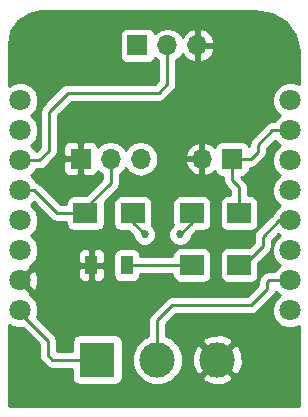
<source format=gbr>
G04 #@! TF.FileFunction,Copper,L1,Top,Signal*
%FSLAX46Y46*%
G04 Gerber Fmt 4.6, Leading zero omitted, Abs format (unit mm)*
G04 Created by KiCad (PCBNEW 4.0.7) date 08/03/18 16:25:06*
%MOMM*%
%LPD*%
G01*
G04 APERTURE LIST*
%ADD10C,0.100000*%
%ADD11R,1.000000X1.600000*%
%ADD12R,2.000000X1.700000*%
%ADD13R,1.700000X1.700000*%
%ADD14O,1.700000X1.700000*%
%ADD15R,3.000000X3.000000*%
%ADD16C,3.000000*%
%ADD17C,1.800000*%
%ADD18C,0.685800*%
%ADD19C,0.254000*%
G04 APERTURE END LIST*
D10*
D11*
X143100000Y-108800000D03*
X146100000Y-108800000D03*
D12*
X142600000Y-104400000D03*
X146600000Y-104400000D03*
X151600000Y-108800000D03*
X155600000Y-108800000D03*
X155600000Y-104400000D03*
X151600000Y-104400000D03*
D13*
X155000000Y-99800000D03*
D14*
X152460000Y-99800000D03*
D13*
X142200000Y-99800000D03*
D14*
X144740000Y-99800000D03*
X147280000Y-99800000D03*
D13*
X147000000Y-90200000D03*
D14*
X149540000Y-90200000D03*
X152080000Y-90200000D03*
D15*
X143600000Y-116800000D03*
D16*
X148680000Y-116800000D03*
X153760000Y-116800000D03*
D17*
X137071100Y-94843600D03*
X137071100Y-97383600D03*
X137071100Y-99923600D03*
X137071100Y-102463600D03*
X137071100Y-105003600D03*
X137071100Y-107543600D03*
X137071100Y-110083600D03*
X137071100Y-112623600D03*
X159931100Y-112623600D03*
X159931100Y-110083600D03*
X159931100Y-107543600D03*
X159931100Y-105003600D03*
X159931100Y-102463600D03*
X159931100Y-99923600D03*
X159931100Y-97383600D03*
X159931100Y-94843600D03*
D18*
X150600000Y-106200000D03*
X147600000Y-106200000D03*
D19*
X146100000Y-108800000D02*
X151600000Y-108800000D01*
X142600000Y-104400000D02*
X142600000Y-104000000D01*
X142600000Y-104000000D02*
X144740000Y-101860000D01*
X144740000Y-101860000D02*
X144740000Y-99800000D01*
X137071100Y-102463600D02*
X138263600Y-102463600D01*
X140200000Y-104400000D02*
X142600000Y-104400000D01*
X138263600Y-102463600D02*
X140200000Y-104400000D01*
X151600000Y-104400000D02*
X151600000Y-105200000D01*
X151600000Y-105200000D02*
X150600000Y-106200000D01*
X146600000Y-104400000D02*
X146600000Y-105200000D01*
X146600000Y-105200000D02*
X147600000Y-106200000D01*
X155600000Y-108800000D02*
X156000000Y-108800000D01*
X156000000Y-108800000D02*
X157600000Y-107200000D01*
X157600000Y-107200000D02*
X157600000Y-106400000D01*
X157600000Y-106400000D02*
X158996400Y-105003600D01*
X158996400Y-105003600D02*
X159931100Y-105003600D01*
X155000000Y-99800000D02*
X155000000Y-101600000D01*
X155600000Y-102200000D02*
X155600000Y-104400000D01*
X155000000Y-101600000D02*
X155600000Y-102200000D01*
X155000000Y-99800000D02*
X156600000Y-99800000D01*
X158416400Y-97383600D02*
X159931100Y-97383600D01*
X157200000Y-98600000D02*
X158416400Y-97383600D01*
X157200000Y-99200000D02*
X157200000Y-98600000D01*
X156600000Y-99800000D02*
X157200000Y-99200000D01*
X148800000Y-94200000D02*
X149540000Y-93460000D01*
X137071100Y-99923600D02*
X138676400Y-99923600D01*
X141100000Y-94200000D02*
X148800000Y-94200000D01*
X139500000Y-95800000D02*
X141100000Y-94200000D01*
X139500000Y-99100000D02*
X139500000Y-95800000D01*
X138676400Y-99923600D02*
X139500000Y-99100000D01*
X149540000Y-93460000D02*
X149540000Y-90200000D01*
X137071100Y-112623600D02*
X137071100Y-112871100D01*
X137071100Y-112871100D02*
X139400000Y-115200000D01*
X139400000Y-115200000D02*
X139400000Y-116400000D01*
X139400000Y-116400000D02*
X139800000Y-116800000D01*
X139800000Y-116800000D02*
X143600000Y-116800000D01*
X148680000Y-116800000D02*
X148680000Y-113480000D01*
X158116400Y-110083600D02*
X159931100Y-110083600D01*
X158000000Y-110200000D02*
X158116400Y-110083600D01*
X158000000Y-110800000D02*
X158000000Y-110200000D01*
X156600000Y-112200000D02*
X158000000Y-110800000D01*
X149960000Y-112200000D02*
X156600000Y-112200000D01*
X148680000Y-113480000D02*
X149960000Y-112200000D01*
G36*
X158377593Y-87524395D02*
X159541472Y-88224379D01*
X160348885Y-89316480D01*
X160690000Y-90687028D01*
X160690000Y-93496649D01*
X160237770Y-93308867D01*
X159627109Y-93308335D01*
X159062729Y-93541532D01*
X158630549Y-93972957D01*
X158396367Y-94536930D01*
X158395835Y-95147591D01*
X158629032Y-95711971D01*
X159030282Y-96113923D01*
X158630549Y-96512957D01*
X158585436Y-96621600D01*
X158416400Y-96621600D01*
X158124795Y-96679604D01*
X157877584Y-96844785D01*
X156661185Y-98061185D01*
X156496004Y-98308395D01*
X156438000Y-98600000D01*
X156438000Y-98691121D01*
X156314090Y-98498559D01*
X156101890Y-98353569D01*
X155850000Y-98302560D01*
X154150000Y-98302560D01*
X153914683Y-98346838D01*
X153698559Y-98485910D01*
X153553569Y-98698110D01*
X153531699Y-98806107D01*
X153226924Y-98528355D01*
X152816890Y-98358524D01*
X152587000Y-98479845D01*
X152587000Y-99673000D01*
X152607000Y-99673000D01*
X152607000Y-99927000D01*
X152587000Y-99927000D01*
X152587000Y-101120155D01*
X152816890Y-101241476D01*
X153226924Y-101071645D01*
X153529937Y-100795499D01*
X153546838Y-100885317D01*
X153685910Y-101101441D01*
X153898110Y-101246431D01*
X154150000Y-101297440D01*
X154238000Y-101297440D01*
X154238000Y-101600000D01*
X154296004Y-101891605D01*
X154461185Y-102138815D01*
X154838000Y-102515630D01*
X154838000Y-102902560D01*
X154600000Y-102902560D01*
X154364683Y-102946838D01*
X154148559Y-103085910D01*
X154003569Y-103298110D01*
X153952560Y-103550000D01*
X153952560Y-105250000D01*
X153996838Y-105485317D01*
X154135910Y-105701441D01*
X154348110Y-105846431D01*
X154600000Y-105897440D01*
X156600000Y-105897440D01*
X156835317Y-105853162D01*
X157051441Y-105714090D01*
X157196431Y-105501890D01*
X157247440Y-105250000D01*
X157247440Y-103550000D01*
X157203162Y-103314683D01*
X157064090Y-103098559D01*
X156851890Y-102953569D01*
X156600000Y-102902560D01*
X156362000Y-102902560D01*
X156362000Y-102200000D01*
X156303996Y-101908395D01*
X156138815Y-101661185D01*
X155775070Y-101297440D01*
X155850000Y-101297440D01*
X156085317Y-101253162D01*
X156301441Y-101114090D01*
X156446431Y-100901890D01*
X156497440Y-100650000D01*
X156497440Y-100562000D01*
X156600000Y-100562000D01*
X156891605Y-100503996D01*
X157138815Y-100338815D01*
X157738815Y-99738815D01*
X157903996Y-99491605D01*
X157929776Y-99361999D01*
X157962000Y-99200000D01*
X157962000Y-98915630D01*
X158628046Y-98249585D01*
X158629032Y-98251971D01*
X159030282Y-98653923D01*
X158630549Y-99052957D01*
X158396367Y-99616930D01*
X158395835Y-100227591D01*
X158629032Y-100791971D01*
X159030282Y-101193923D01*
X158630549Y-101592957D01*
X158396367Y-102156930D01*
X158395835Y-102767591D01*
X158629032Y-103331971D01*
X159030282Y-103733923D01*
X158630549Y-104132957D01*
X158506270Y-104432255D01*
X158497670Y-104438001D01*
X158457585Y-104464785D01*
X157061185Y-105861185D01*
X156896004Y-106108395D01*
X156838000Y-106400000D01*
X156838000Y-106884369D01*
X156419809Y-107302560D01*
X154600000Y-107302560D01*
X154364683Y-107346838D01*
X154148559Y-107485910D01*
X154003569Y-107698110D01*
X153952560Y-107950000D01*
X153952560Y-109650000D01*
X153996838Y-109885317D01*
X154135910Y-110101441D01*
X154348110Y-110246431D01*
X154600000Y-110297440D01*
X156600000Y-110297440D01*
X156835317Y-110253162D01*
X157051441Y-110114090D01*
X157196431Y-109901890D01*
X157247440Y-109650000D01*
X157247440Y-108630190D01*
X158138816Y-107738815D01*
X158299349Y-107498559D01*
X158303996Y-107491605D01*
X158362000Y-107200000D01*
X158362000Y-106715630D01*
X158917093Y-106160537D01*
X159030282Y-106273923D01*
X158630549Y-106672957D01*
X158396367Y-107236930D01*
X158395835Y-107847591D01*
X158629032Y-108411971D01*
X159030282Y-108813923D01*
X158630549Y-109212957D01*
X158585436Y-109321600D01*
X158116400Y-109321600D01*
X157824795Y-109379604D01*
X157577584Y-109544785D01*
X157461185Y-109661185D01*
X157296004Y-109908395D01*
X157238000Y-110200000D01*
X157238000Y-110484370D01*
X156284370Y-111438000D01*
X149960000Y-111438000D01*
X149668395Y-111496004D01*
X149421184Y-111661185D01*
X148141185Y-112941185D01*
X147976004Y-113188395D01*
X147918000Y-113480000D01*
X147918000Y-114804779D01*
X147472200Y-114988980D01*
X146871091Y-115589041D01*
X146545372Y-116373459D01*
X146544630Y-117222815D01*
X146868980Y-118007800D01*
X147469041Y-118608909D01*
X148253459Y-118934628D01*
X149102815Y-118935370D01*
X149887800Y-118611020D01*
X150185368Y-118313970D01*
X152425635Y-118313970D01*
X152585418Y-118632739D01*
X153376187Y-118942723D01*
X154225387Y-118926497D01*
X154934582Y-118632739D01*
X155094365Y-118313970D01*
X153760000Y-116979605D01*
X152425635Y-118313970D01*
X150185368Y-118313970D01*
X150488909Y-118010959D01*
X150814628Y-117226541D01*
X150815335Y-116416187D01*
X151617277Y-116416187D01*
X151633503Y-117265387D01*
X151927261Y-117974582D01*
X152246030Y-118134365D01*
X153580395Y-116800000D01*
X153939605Y-116800000D01*
X155273970Y-118134365D01*
X155592739Y-117974582D01*
X155902723Y-117183813D01*
X155886497Y-116334613D01*
X155592739Y-115625418D01*
X155273970Y-115465635D01*
X153939605Y-116800000D01*
X153580395Y-116800000D01*
X152246030Y-115465635D01*
X151927261Y-115625418D01*
X151617277Y-116416187D01*
X150815335Y-116416187D01*
X150815370Y-116377185D01*
X150491020Y-115592200D01*
X150185384Y-115286030D01*
X152425635Y-115286030D01*
X153760000Y-116620395D01*
X155094365Y-115286030D01*
X154934582Y-114967261D01*
X154143813Y-114657277D01*
X153294613Y-114673503D01*
X152585418Y-114967261D01*
X152425635Y-115286030D01*
X150185384Y-115286030D01*
X149890959Y-114991091D01*
X149442000Y-114804667D01*
X149442000Y-113795630D01*
X150275631Y-112962000D01*
X156600000Y-112962000D01*
X156891605Y-112903996D01*
X157138815Y-112738815D01*
X158538815Y-111338815D01*
X158703996Y-111091605D01*
X158714701Y-111037790D01*
X159030282Y-111353923D01*
X158630549Y-111752957D01*
X158396367Y-112316930D01*
X158395835Y-112927591D01*
X158629032Y-113491971D01*
X159060457Y-113924151D01*
X159624430Y-114158333D01*
X160235091Y-114158865D01*
X160690000Y-113970900D01*
X160690000Y-120690000D01*
X136110000Y-120690000D01*
X136110000Y-113833536D01*
X136200457Y-113924151D01*
X136764430Y-114158333D01*
X137281153Y-114158783D01*
X138638000Y-115515630D01*
X138638000Y-116400000D01*
X138696004Y-116691605D01*
X138861185Y-116938815D01*
X139261184Y-117338815D01*
X139508395Y-117503996D01*
X139800000Y-117562000D01*
X141452560Y-117562000D01*
X141452560Y-118300000D01*
X141496838Y-118535317D01*
X141635910Y-118751441D01*
X141848110Y-118896431D01*
X142100000Y-118947440D01*
X145100000Y-118947440D01*
X145335317Y-118903162D01*
X145551441Y-118764090D01*
X145696431Y-118551890D01*
X145747440Y-118300000D01*
X145747440Y-115300000D01*
X145703162Y-115064683D01*
X145564090Y-114848559D01*
X145351890Y-114703569D01*
X145100000Y-114652560D01*
X142100000Y-114652560D01*
X141864683Y-114696838D01*
X141648559Y-114835910D01*
X141503569Y-115048110D01*
X141452560Y-115300000D01*
X141452560Y-116038000D01*
X140162000Y-116038000D01*
X140162000Y-115200000D01*
X140103996Y-114908395D01*
X139938815Y-114661185D01*
X138489078Y-113211448D01*
X138605833Y-112930270D01*
X138606365Y-112319609D01*
X138373168Y-111755229D01*
X137941743Y-111323049D01*
X137920906Y-111314397D01*
X137971654Y-111163759D01*
X137071100Y-110263205D01*
X137056958Y-110277348D01*
X136877353Y-110097743D01*
X136891495Y-110083600D01*
X137250705Y-110083600D01*
X138151259Y-110984154D01*
X138407743Y-110897748D01*
X138617558Y-110324264D01*
X138591939Y-109714140D01*
X138407743Y-109269452D01*
X138151259Y-109183046D01*
X137250705Y-110083600D01*
X136891495Y-110083600D01*
X136877353Y-110069458D01*
X137056958Y-109889853D01*
X137071100Y-109903995D01*
X137889345Y-109085750D01*
X141965000Y-109085750D01*
X141965000Y-109726310D01*
X142061673Y-109959699D01*
X142240302Y-110138327D01*
X142473691Y-110235000D01*
X142814250Y-110235000D01*
X142973000Y-110076250D01*
X142973000Y-108927000D01*
X143227000Y-108927000D01*
X143227000Y-110076250D01*
X143385750Y-110235000D01*
X143726309Y-110235000D01*
X143959698Y-110138327D01*
X144138327Y-109959699D01*
X144235000Y-109726310D01*
X144235000Y-109085750D01*
X144076250Y-108927000D01*
X143227000Y-108927000D01*
X142973000Y-108927000D01*
X142123750Y-108927000D01*
X141965000Y-109085750D01*
X137889345Y-109085750D01*
X137971654Y-109003441D01*
X137921065Y-108853273D01*
X137939471Y-108845668D01*
X138371651Y-108414243D01*
X138596108Y-107873690D01*
X141965000Y-107873690D01*
X141965000Y-108514250D01*
X142123750Y-108673000D01*
X142973000Y-108673000D01*
X142973000Y-107523750D01*
X143227000Y-107523750D01*
X143227000Y-108673000D01*
X144076250Y-108673000D01*
X144235000Y-108514250D01*
X144235000Y-108000000D01*
X144952560Y-108000000D01*
X144952560Y-109600000D01*
X144996838Y-109835317D01*
X145135910Y-110051441D01*
X145348110Y-110196431D01*
X145600000Y-110247440D01*
X146600000Y-110247440D01*
X146835317Y-110203162D01*
X147051441Y-110064090D01*
X147196431Y-109851890D01*
X147247440Y-109600000D01*
X147247440Y-109562000D01*
X149952560Y-109562000D01*
X149952560Y-109650000D01*
X149996838Y-109885317D01*
X150135910Y-110101441D01*
X150348110Y-110246431D01*
X150600000Y-110297440D01*
X152600000Y-110297440D01*
X152835317Y-110253162D01*
X153051441Y-110114090D01*
X153196431Y-109901890D01*
X153247440Y-109650000D01*
X153247440Y-107950000D01*
X153203162Y-107714683D01*
X153064090Y-107498559D01*
X152851890Y-107353569D01*
X152600000Y-107302560D01*
X150600000Y-107302560D01*
X150364683Y-107346838D01*
X150148559Y-107485910D01*
X150003569Y-107698110D01*
X149952560Y-107950000D01*
X149952560Y-108038000D01*
X147247440Y-108038000D01*
X147247440Y-108000000D01*
X147203162Y-107764683D01*
X147064090Y-107548559D01*
X146851890Y-107403569D01*
X146600000Y-107352560D01*
X145600000Y-107352560D01*
X145364683Y-107396838D01*
X145148559Y-107535910D01*
X145003569Y-107748110D01*
X144952560Y-108000000D01*
X144235000Y-108000000D01*
X144235000Y-107873690D01*
X144138327Y-107640301D01*
X143959698Y-107461673D01*
X143726309Y-107365000D01*
X143385750Y-107365000D01*
X143227000Y-107523750D01*
X142973000Y-107523750D01*
X142814250Y-107365000D01*
X142473691Y-107365000D01*
X142240302Y-107461673D01*
X142061673Y-107640301D01*
X141965000Y-107873690D01*
X138596108Y-107873690D01*
X138605833Y-107850270D01*
X138606365Y-107239609D01*
X138373168Y-106675229D01*
X137971918Y-106273277D01*
X138371651Y-105874243D01*
X138605833Y-105310270D01*
X138606365Y-104699609D01*
X138373168Y-104135229D01*
X137971918Y-103733277D01*
X138213994Y-103491624D01*
X139661185Y-104938815D01*
X139908395Y-105103996D01*
X140200000Y-105162000D01*
X140952560Y-105162000D01*
X140952560Y-105250000D01*
X140996838Y-105485317D01*
X141135910Y-105701441D01*
X141348110Y-105846431D01*
X141600000Y-105897440D01*
X143600000Y-105897440D01*
X143835317Y-105853162D01*
X144051441Y-105714090D01*
X144196431Y-105501890D01*
X144247440Y-105250000D01*
X144247440Y-103550000D01*
X144952560Y-103550000D01*
X144952560Y-105250000D01*
X144996838Y-105485317D01*
X145135910Y-105701441D01*
X145348110Y-105846431D01*
X145600000Y-105897440D01*
X146219810Y-105897440D01*
X146622013Y-106299643D01*
X146621931Y-106393663D01*
X146770493Y-106753212D01*
X147045341Y-107028540D01*
X147404630Y-107177730D01*
X147793663Y-107178069D01*
X148153212Y-107029507D01*
X148428540Y-106754659D01*
X148577730Y-106395370D01*
X148577731Y-106393663D01*
X149621931Y-106393663D01*
X149770493Y-106753212D01*
X150045341Y-107028540D01*
X150404630Y-107177730D01*
X150793663Y-107178069D01*
X151153212Y-107029507D01*
X151428540Y-106754659D01*
X151577730Y-106395370D01*
X151577813Y-106299817D01*
X151980191Y-105897440D01*
X152600000Y-105897440D01*
X152835317Y-105853162D01*
X153051441Y-105714090D01*
X153196431Y-105501890D01*
X153247440Y-105250000D01*
X153247440Y-103550000D01*
X153203162Y-103314683D01*
X153064090Y-103098559D01*
X152851890Y-102953569D01*
X152600000Y-102902560D01*
X150600000Y-102902560D01*
X150364683Y-102946838D01*
X150148559Y-103085910D01*
X150003569Y-103298110D01*
X149952560Y-103550000D01*
X149952560Y-105250000D01*
X149986548Y-105430628D01*
X149771460Y-105645341D01*
X149622270Y-106004630D01*
X149621931Y-106393663D01*
X148577731Y-106393663D01*
X148578069Y-106006337D01*
X148429507Y-105646788D01*
X148211345Y-105428245D01*
X148247440Y-105250000D01*
X148247440Y-103550000D01*
X148203162Y-103314683D01*
X148064090Y-103098559D01*
X147851890Y-102953569D01*
X147600000Y-102902560D01*
X145600000Y-102902560D01*
X145364683Y-102946838D01*
X145148559Y-103085910D01*
X145003569Y-103298110D01*
X144952560Y-103550000D01*
X144247440Y-103550000D01*
X144228466Y-103449164D01*
X145278815Y-102398815D01*
X145430371Y-102171996D01*
X145443996Y-102151605D01*
X145502000Y-101860000D01*
X145502000Y-101071618D01*
X145790054Y-100879147D01*
X146010000Y-100549974D01*
X146229946Y-100879147D01*
X146711715Y-101201054D01*
X147280000Y-101314093D01*
X147848285Y-101201054D01*
X148330054Y-100879147D01*
X148651961Y-100397378D01*
X148699796Y-100156892D01*
X151018514Y-100156892D01*
X151264817Y-100681358D01*
X151693076Y-101071645D01*
X152103110Y-101241476D01*
X152333000Y-101120155D01*
X152333000Y-99927000D01*
X151139181Y-99927000D01*
X151018514Y-100156892D01*
X148699796Y-100156892D01*
X148765000Y-99829093D01*
X148765000Y-99770907D01*
X148699797Y-99443108D01*
X151018514Y-99443108D01*
X151139181Y-99673000D01*
X152333000Y-99673000D01*
X152333000Y-98479845D01*
X152103110Y-98358524D01*
X151693076Y-98528355D01*
X151264817Y-98918642D01*
X151018514Y-99443108D01*
X148699797Y-99443108D01*
X148651961Y-99202622D01*
X148330054Y-98720853D01*
X147848285Y-98398946D01*
X147280000Y-98285907D01*
X146711715Y-98398946D01*
X146229946Y-98720853D01*
X146010000Y-99050026D01*
X145790054Y-98720853D01*
X145308285Y-98398946D01*
X144740000Y-98285907D01*
X144171715Y-98398946D01*
X143689946Y-98720853D01*
X143660597Y-98764777D01*
X143588327Y-98590302D01*
X143409699Y-98411673D01*
X143176310Y-98315000D01*
X142485750Y-98315000D01*
X142327000Y-98473750D01*
X142327000Y-99673000D01*
X142347000Y-99673000D01*
X142347000Y-99927000D01*
X142327000Y-99927000D01*
X142327000Y-101126250D01*
X142485750Y-101285000D01*
X143176310Y-101285000D01*
X143409699Y-101188327D01*
X143588327Y-101009698D01*
X143660597Y-100835223D01*
X143689946Y-100879147D01*
X143978000Y-101071618D01*
X143978000Y-101544370D01*
X142619810Y-102902560D01*
X141600000Y-102902560D01*
X141364683Y-102946838D01*
X141148559Y-103085910D01*
X141003569Y-103298110D01*
X140952560Y-103550000D01*
X140952560Y-103638000D01*
X140515630Y-103638000D01*
X138802415Y-101924785D01*
X138752756Y-101891604D01*
X138555205Y-101759604D01*
X138430867Y-101734872D01*
X138373168Y-101595229D01*
X137971918Y-101193277D01*
X138371651Y-100794243D01*
X138416764Y-100685600D01*
X138676400Y-100685600D01*
X138968005Y-100627596D01*
X139215215Y-100462415D01*
X139591880Y-100085750D01*
X140715000Y-100085750D01*
X140715000Y-100776309D01*
X140811673Y-101009698D01*
X140990301Y-101188327D01*
X141223690Y-101285000D01*
X141914250Y-101285000D01*
X142073000Y-101126250D01*
X142073000Y-99927000D01*
X140873750Y-99927000D01*
X140715000Y-100085750D01*
X139591880Y-100085750D01*
X140038815Y-99638816D01*
X140203996Y-99391605D01*
X140209885Y-99361999D01*
X140262000Y-99100000D01*
X140262000Y-98823691D01*
X140715000Y-98823691D01*
X140715000Y-99514250D01*
X140873750Y-99673000D01*
X142073000Y-99673000D01*
X142073000Y-98473750D01*
X141914250Y-98315000D01*
X141223690Y-98315000D01*
X140990301Y-98411673D01*
X140811673Y-98590302D01*
X140715000Y-98823691D01*
X140262000Y-98823691D01*
X140262000Y-96115630D01*
X141415631Y-94962000D01*
X148800000Y-94962000D01*
X149091605Y-94903996D01*
X149338815Y-94738815D01*
X150078815Y-93998815D01*
X150139232Y-93908395D01*
X150243996Y-93751605D01*
X150302000Y-93460000D01*
X150302000Y-91471618D01*
X150590054Y-91279147D01*
X150817702Y-90938447D01*
X150884817Y-91081358D01*
X151313076Y-91471645D01*
X151723110Y-91641476D01*
X151953000Y-91520155D01*
X151953000Y-90327000D01*
X152207000Y-90327000D01*
X152207000Y-91520155D01*
X152436890Y-91641476D01*
X152846924Y-91471645D01*
X153275183Y-91081358D01*
X153521486Y-90556892D01*
X153400819Y-90327000D01*
X152207000Y-90327000D01*
X151953000Y-90327000D01*
X151933000Y-90327000D01*
X151933000Y-90073000D01*
X151953000Y-90073000D01*
X151953000Y-88879845D01*
X152207000Y-88879845D01*
X152207000Y-90073000D01*
X153400819Y-90073000D01*
X153521486Y-89843108D01*
X153275183Y-89318642D01*
X152846924Y-88928355D01*
X152436890Y-88758524D01*
X152207000Y-88879845D01*
X151953000Y-88879845D01*
X151723110Y-88758524D01*
X151313076Y-88928355D01*
X150884817Y-89318642D01*
X150817702Y-89461553D01*
X150590054Y-89120853D01*
X150108285Y-88798946D01*
X149540000Y-88685907D01*
X148971715Y-88798946D01*
X148489946Y-89120853D01*
X148462150Y-89162452D01*
X148453162Y-89114683D01*
X148314090Y-88898559D01*
X148101890Y-88753569D01*
X147850000Y-88702560D01*
X146150000Y-88702560D01*
X145914683Y-88746838D01*
X145698559Y-88885910D01*
X145553569Y-89098110D01*
X145502560Y-89350000D01*
X145502560Y-91050000D01*
X145546838Y-91285317D01*
X145685910Y-91501441D01*
X145898110Y-91646431D01*
X146150000Y-91697440D01*
X147850000Y-91697440D01*
X148085317Y-91653162D01*
X148301441Y-91514090D01*
X148446431Y-91301890D01*
X148460086Y-91234459D01*
X148489946Y-91279147D01*
X148778000Y-91471618D01*
X148778000Y-93144370D01*
X148484370Y-93438000D01*
X141100000Y-93438000D01*
X140808395Y-93496004D01*
X140709377Y-93562166D01*
X140561185Y-93661184D01*
X138961185Y-95261185D01*
X138796004Y-95508395D01*
X138738000Y-95800000D01*
X138738000Y-98784369D01*
X138400644Y-99121726D01*
X138373168Y-99055229D01*
X137971918Y-98653277D01*
X138371651Y-98254243D01*
X138605833Y-97690270D01*
X138606365Y-97079609D01*
X138373168Y-96515229D01*
X137971918Y-96113277D01*
X138371651Y-95714243D01*
X138605833Y-95150270D01*
X138606365Y-94539609D01*
X138373168Y-93975229D01*
X137941743Y-93543049D01*
X137377770Y-93308867D01*
X136767109Y-93308335D01*
X136202729Y-93541532D01*
X136110000Y-93634099D01*
X136110000Y-90069931D01*
X136327616Y-88975903D01*
X136907720Y-88107717D01*
X137775903Y-87527616D01*
X138869927Y-87310000D01*
X156947089Y-87310000D01*
X158377593Y-87524395D01*
X158377593Y-87524395D01*
G37*
X158377593Y-87524395D02*
X159541472Y-88224379D01*
X160348885Y-89316480D01*
X160690000Y-90687028D01*
X160690000Y-93496649D01*
X160237770Y-93308867D01*
X159627109Y-93308335D01*
X159062729Y-93541532D01*
X158630549Y-93972957D01*
X158396367Y-94536930D01*
X158395835Y-95147591D01*
X158629032Y-95711971D01*
X159030282Y-96113923D01*
X158630549Y-96512957D01*
X158585436Y-96621600D01*
X158416400Y-96621600D01*
X158124795Y-96679604D01*
X157877584Y-96844785D01*
X156661185Y-98061185D01*
X156496004Y-98308395D01*
X156438000Y-98600000D01*
X156438000Y-98691121D01*
X156314090Y-98498559D01*
X156101890Y-98353569D01*
X155850000Y-98302560D01*
X154150000Y-98302560D01*
X153914683Y-98346838D01*
X153698559Y-98485910D01*
X153553569Y-98698110D01*
X153531699Y-98806107D01*
X153226924Y-98528355D01*
X152816890Y-98358524D01*
X152587000Y-98479845D01*
X152587000Y-99673000D01*
X152607000Y-99673000D01*
X152607000Y-99927000D01*
X152587000Y-99927000D01*
X152587000Y-101120155D01*
X152816890Y-101241476D01*
X153226924Y-101071645D01*
X153529937Y-100795499D01*
X153546838Y-100885317D01*
X153685910Y-101101441D01*
X153898110Y-101246431D01*
X154150000Y-101297440D01*
X154238000Y-101297440D01*
X154238000Y-101600000D01*
X154296004Y-101891605D01*
X154461185Y-102138815D01*
X154838000Y-102515630D01*
X154838000Y-102902560D01*
X154600000Y-102902560D01*
X154364683Y-102946838D01*
X154148559Y-103085910D01*
X154003569Y-103298110D01*
X153952560Y-103550000D01*
X153952560Y-105250000D01*
X153996838Y-105485317D01*
X154135910Y-105701441D01*
X154348110Y-105846431D01*
X154600000Y-105897440D01*
X156600000Y-105897440D01*
X156835317Y-105853162D01*
X157051441Y-105714090D01*
X157196431Y-105501890D01*
X157247440Y-105250000D01*
X157247440Y-103550000D01*
X157203162Y-103314683D01*
X157064090Y-103098559D01*
X156851890Y-102953569D01*
X156600000Y-102902560D01*
X156362000Y-102902560D01*
X156362000Y-102200000D01*
X156303996Y-101908395D01*
X156138815Y-101661185D01*
X155775070Y-101297440D01*
X155850000Y-101297440D01*
X156085317Y-101253162D01*
X156301441Y-101114090D01*
X156446431Y-100901890D01*
X156497440Y-100650000D01*
X156497440Y-100562000D01*
X156600000Y-100562000D01*
X156891605Y-100503996D01*
X157138815Y-100338815D01*
X157738815Y-99738815D01*
X157903996Y-99491605D01*
X157929776Y-99361999D01*
X157962000Y-99200000D01*
X157962000Y-98915630D01*
X158628046Y-98249585D01*
X158629032Y-98251971D01*
X159030282Y-98653923D01*
X158630549Y-99052957D01*
X158396367Y-99616930D01*
X158395835Y-100227591D01*
X158629032Y-100791971D01*
X159030282Y-101193923D01*
X158630549Y-101592957D01*
X158396367Y-102156930D01*
X158395835Y-102767591D01*
X158629032Y-103331971D01*
X159030282Y-103733923D01*
X158630549Y-104132957D01*
X158506270Y-104432255D01*
X158497670Y-104438001D01*
X158457585Y-104464785D01*
X157061185Y-105861185D01*
X156896004Y-106108395D01*
X156838000Y-106400000D01*
X156838000Y-106884369D01*
X156419809Y-107302560D01*
X154600000Y-107302560D01*
X154364683Y-107346838D01*
X154148559Y-107485910D01*
X154003569Y-107698110D01*
X153952560Y-107950000D01*
X153952560Y-109650000D01*
X153996838Y-109885317D01*
X154135910Y-110101441D01*
X154348110Y-110246431D01*
X154600000Y-110297440D01*
X156600000Y-110297440D01*
X156835317Y-110253162D01*
X157051441Y-110114090D01*
X157196431Y-109901890D01*
X157247440Y-109650000D01*
X157247440Y-108630190D01*
X158138816Y-107738815D01*
X158299349Y-107498559D01*
X158303996Y-107491605D01*
X158362000Y-107200000D01*
X158362000Y-106715630D01*
X158917093Y-106160537D01*
X159030282Y-106273923D01*
X158630549Y-106672957D01*
X158396367Y-107236930D01*
X158395835Y-107847591D01*
X158629032Y-108411971D01*
X159030282Y-108813923D01*
X158630549Y-109212957D01*
X158585436Y-109321600D01*
X158116400Y-109321600D01*
X157824795Y-109379604D01*
X157577584Y-109544785D01*
X157461185Y-109661185D01*
X157296004Y-109908395D01*
X157238000Y-110200000D01*
X157238000Y-110484370D01*
X156284370Y-111438000D01*
X149960000Y-111438000D01*
X149668395Y-111496004D01*
X149421184Y-111661185D01*
X148141185Y-112941185D01*
X147976004Y-113188395D01*
X147918000Y-113480000D01*
X147918000Y-114804779D01*
X147472200Y-114988980D01*
X146871091Y-115589041D01*
X146545372Y-116373459D01*
X146544630Y-117222815D01*
X146868980Y-118007800D01*
X147469041Y-118608909D01*
X148253459Y-118934628D01*
X149102815Y-118935370D01*
X149887800Y-118611020D01*
X150185368Y-118313970D01*
X152425635Y-118313970D01*
X152585418Y-118632739D01*
X153376187Y-118942723D01*
X154225387Y-118926497D01*
X154934582Y-118632739D01*
X155094365Y-118313970D01*
X153760000Y-116979605D01*
X152425635Y-118313970D01*
X150185368Y-118313970D01*
X150488909Y-118010959D01*
X150814628Y-117226541D01*
X150815335Y-116416187D01*
X151617277Y-116416187D01*
X151633503Y-117265387D01*
X151927261Y-117974582D01*
X152246030Y-118134365D01*
X153580395Y-116800000D01*
X153939605Y-116800000D01*
X155273970Y-118134365D01*
X155592739Y-117974582D01*
X155902723Y-117183813D01*
X155886497Y-116334613D01*
X155592739Y-115625418D01*
X155273970Y-115465635D01*
X153939605Y-116800000D01*
X153580395Y-116800000D01*
X152246030Y-115465635D01*
X151927261Y-115625418D01*
X151617277Y-116416187D01*
X150815335Y-116416187D01*
X150815370Y-116377185D01*
X150491020Y-115592200D01*
X150185384Y-115286030D01*
X152425635Y-115286030D01*
X153760000Y-116620395D01*
X155094365Y-115286030D01*
X154934582Y-114967261D01*
X154143813Y-114657277D01*
X153294613Y-114673503D01*
X152585418Y-114967261D01*
X152425635Y-115286030D01*
X150185384Y-115286030D01*
X149890959Y-114991091D01*
X149442000Y-114804667D01*
X149442000Y-113795630D01*
X150275631Y-112962000D01*
X156600000Y-112962000D01*
X156891605Y-112903996D01*
X157138815Y-112738815D01*
X158538815Y-111338815D01*
X158703996Y-111091605D01*
X158714701Y-111037790D01*
X159030282Y-111353923D01*
X158630549Y-111752957D01*
X158396367Y-112316930D01*
X158395835Y-112927591D01*
X158629032Y-113491971D01*
X159060457Y-113924151D01*
X159624430Y-114158333D01*
X160235091Y-114158865D01*
X160690000Y-113970900D01*
X160690000Y-120690000D01*
X136110000Y-120690000D01*
X136110000Y-113833536D01*
X136200457Y-113924151D01*
X136764430Y-114158333D01*
X137281153Y-114158783D01*
X138638000Y-115515630D01*
X138638000Y-116400000D01*
X138696004Y-116691605D01*
X138861185Y-116938815D01*
X139261184Y-117338815D01*
X139508395Y-117503996D01*
X139800000Y-117562000D01*
X141452560Y-117562000D01*
X141452560Y-118300000D01*
X141496838Y-118535317D01*
X141635910Y-118751441D01*
X141848110Y-118896431D01*
X142100000Y-118947440D01*
X145100000Y-118947440D01*
X145335317Y-118903162D01*
X145551441Y-118764090D01*
X145696431Y-118551890D01*
X145747440Y-118300000D01*
X145747440Y-115300000D01*
X145703162Y-115064683D01*
X145564090Y-114848559D01*
X145351890Y-114703569D01*
X145100000Y-114652560D01*
X142100000Y-114652560D01*
X141864683Y-114696838D01*
X141648559Y-114835910D01*
X141503569Y-115048110D01*
X141452560Y-115300000D01*
X141452560Y-116038000D01*
X140162000Y-116038000D01*
X140162000Y-115200000D01*
X140103996Y-114908395D01*
X139938815Y-114661185D01*
X138489078Y-113211448D01*
X138605833Y-112930270D01*
X138606365Y-112319609D01*
X138373168Y-111755229D01*
X137941743Y-111323049D01*
X137920906Y-111314397D01*
X137971654Y-111163759D01*
X137071100Y-110263205D01*
X137056958Y-110277348D01*
X136877353Y-110097743D01*
X136891495Y-110083600D01*
X137250705Y-110083600D01*
X138151259Y-110984154D01*
X138407743Y-110897748D01*
X138617558Y-110324264D01*
X138591939Y-109714140D01*
X138407743Y-109269452D01*
X138151259Y-109183046D01*
X137250705Y-110083600D01*
X136891495Y-110083600D01*
X136877353Y-110069458D01*
X137056958Y-109889853D01*
X137071100Y-109903995D01*
X137889345Y-109085750D01*
X141965000Y-109085750D01*
X141965000Y-109726310D01*
X142061673Y-109959699D01*
X142240302Y-110138327D01*
X142473691Y-110235000D01*
X142814250Y-110235000D01*
X142973000Y-110076250D01*
X142973000Y-108927000D01*
X143227000Y-108927000D01*
X143227000Y-110076250D01*
X143385750Y-110235000D01*
X143726309Y-110235000D01*
X143959698Y-110138327D01*
X144138327Y-109959699D01*
X144235000Y-109726310D01*
X144235000Y-109085750D01*
X144076250Y-108927000D01*
X143227000Y-108927000D01*
X142973000Y-108927000D01*
X142123750Y-108927000D01*
X141965000Y-109085750D01*
X137889345Y-109085750D01*
X137971654Y-109003441D01*
X137921065Y-108853273D01*
X137939471Y-108845668D01*
X138371651Y-108414243D01*
X138596108Y-107873690D01*
X141965000Y-107873690D01*
X141965000Y-108514250D01*
X142123750Y-108673000D01*
X142973000Y-108673000D01*
X142973000Y-107523750D01*
X143227000Y-107523750D01*
X143227000Y-108673000D01*
X144076250Y-108673000D01*
X144235000Y-108514250D01*
X144235000Y-108000000D01*
X144952560Y-108000000D01*
X144952560Y-109600000D01*
X144996838Y-109835317D01*
X145135910Y-110051441D01*
X145348110Y-110196431D01*
X145600000Y-110247440D01*
X146600000Y-110247440D01*
X146835317Y-110203162D01*
X147051441Y-110064090D01*
X147196431Y-109851890D01*
X147247440Y-109600000D01*
X147247440Y-109562000D01*
X149952560Y-109562000D01*
X149952560Y-109650000D01*
X149996838Y-109885317D01*
X150135910Y-110101441D01*
X150348110Y-110246431D01*
X150600000Y-110297440D01*
X152600000Y-110297440D01*
X152835317Y-110253162D01*
X153051441Y-110114090D01*
X153196431Y-109901890D01*
X153247440Y-109650000D01*
X153247440Y-107950000D01*
X153203162Y-107714683D01*
X153064090Y-107498559D01*
X152851890Y-107353569D01*
X152600000Y-107302560D01*
X150600000Y-107302560D01*
X150364683Y-107346838D01*
X150148559Y-107485910D01*
X150003569Y-107698110D01*
X149952560Y-107950000D01*
X149952560Y-108038000D01*
X147247440Y-108038000D01*
X147247440Y-108000000D01*
X147203162Y-107764683D01*
X147064090Y-107548559D01*
X146851890Y-107403569D01*
X146600000Y-107352560D01*
X145600000Y-107352560D01*
X145364683Y-107396838D01*
X145148559Y-107535910D01*
X145003569Y-107748110D01*
X144952560Y-108000000D01*
X144235000Y-108000000D01*
X144235000Y-107873690D01*
X144138327Y-107640301D01*
X143959698Y-107461673D01*
X143726309Y-107365000D01*
X143385750Y-107365000D01*
X143227000Y-107523750D01*
X142973000Y-107523750D01*
X142814250Y-107365000D01*
X142473691Y-107365000D01*
X142240302Y-107461673D01*
X142061673Y-107640301D01*
X141965000Y-107873690D01*
X138596108Y-107873690D01*
X138605833Y-107850270D01*
X138606365Y-107239609D01*
X138373168Y-106675229D01*
X137971918Y-106273277D01*
X138371651Y-105874243D01*
X138605833Y-105310270D01*
X138606365Y-104699609D01*
X138373168Y-104135229D01*
X137971918Y-103733277D01*
X138213994Y-103491624D01*
X139661185Y-104938815D01*
X139908395Y-105103996D01*
X140200000Y-105162000D01*
X140952560Y-105162000D01*
X140952560Y-105250000D01*
X140996838Y-105485317D01*
X141135910Y-105701441D01*
X141348110Y-105846431D01*
X141600000Y-105897440D01*
X143600000Y-105897440D01*
X143835317Y-105853162D01*
X144051441Y-105714090D01*
X144196431Y-105501890D01*
X144247440Y-105250000D01*
X144247440Y-103550000D01*
X144952560Y-103550000D01*
X144952560Y-105250000D01*
X144996838Y-105485317D01*
X145135910Y-105701441D01*
X145348110Y-105846431D01*
X145600000Y-105897440D01*
X146219810Y-105897440D01*
X146622013Y-106299643D01*
X146621931Y-106393663D01*
X146770493Y-106753212D01*
X147045341Y-107028540D01*
X147404630Y-107177730D01*
X147793663Y-107178069D01*
X148153212Y-107029507D01*
X148428540Y-106754659D01*
X148577730Y-106395370D01*
X148577731Y-106393663D01*
X149621931Y-106393663D01*
X149770493Y-106753212D01*
X150045341Y-107028540D01*
X150404630Y-107177730D01*
X150793663Y-107178069D01*
X151153212Y-107029507D01*
X151428540Y-106754659D01*
X151577730Y-106395370D01*
X151577813Y-106299817D01*
X151980191Y-105897440D01*
X152600000Y-105897440D01*
X152835317Y-105853162D01*
X153051441Y-105714090D01*
X153196431Y-105501890D01*
X153247440Y-105250000D01*
X153247440Y-103550000D01*
X153203162Y-103314683D01*
X153064090Y-103098559D01*
X152851890Y-102953569D01*
X152600000Y-102902560D01*
X150600000Y-102902560D01*
X150364683Y-102946838D01*
X150148559Y-103085910D01*
X150003569Y-103298110D01*
X149952560Y-103550000D01*
X149952560Y-105250000D01*
X149986548Y-105430628D01*
X149771460Y-105645341D01*
X149622270Y-106004630D01*
X149621931Y-106393663D01*
X148577731Y-106393663D01*
X148578069Y-106006337D01*
X148429507Y-105646788D01*
X148211345Y-105428245D01*
X148247440Y-105250000D01*
X148247440Y-103550000D01*
X148203162Y-103314683D01*
X148064090Y-103098559D01*
X147851890Y-102953569D01*
X147600000Y-102902560D01*
X145600000Y-102902560D01*
X145364683Y-102946838D01*
X145148559Y-103085910D01*
X145003569Y-103298110D01*
X144952560Y-103550000D01*
X144247440Y-103550000D01*
X144228466Y-103449164D01*
X145278815Y-102398815D01*
X145430371Y-102171996D01*
X145443996Y-102151605D01*
X145502000Y-101860000D01*
X145502000Y-101071618D01*
X145790054Y-100879147D01*
X146010000Y-100549974D01*
X146229946Y-100879147D01*
X146711715Y-101201054D01*
X147280000Y-101314093D01*
X147848285Y-101201054D01*
X148330054Y-100879147D01*
X148651961Y-100397378D01*
X148699796Y-100156892D01*
X151018514Y-100156892D01*
X151264817Y-100681358D01*
X151693076Y-101071645D01*
X152103110Y-101241476D01*
X152333000Y-101120155D01*
X152333000Y-99927000D01*
X151139181Y-99927000D01*
X151018514Y-100156892D01*
X148699796Y-100156892D01*
X148765000Y-99829093D01*
X148765000Y-99770907D01*
X148699797Y-99443108D01*
X151018514Y-99443108D01*
X151139181Y-99673000D01*
X152333000Y-99673000D01*
X152333000Y-98479845D01*
X152103110Y-98358524D01*
X151693076Y-98528355D01*
X151264817Y-98918642D01*
X151018514Y-99443108D01*
X148699797Y-99443108D01*
X148651961Y-99202622D01*
X148330054Y-98720853D01*
X147848285Y-98398946D01*
X147280000Y-98285907D01*
X146711715Y-98398946D01*
X146229946Y-98720853D01*
X146010000Y-99050026D01*
X145790054Y-98720853D01*
X145308285Y-98398946D01*
X144740000Y-98285907D01*
X144171715Y-98398946D01*
X143689946Y-98720853D01*
X143660597Y-98764777D01*
X143588327Y-98590302D01*
X143409699Y-98411673D01*
X143176310Y-98315000D01*
X142485750Y-98315000D01*
X142327000Y-98473750D01*
X142327000Y-99673000D01*
X142347000Y-99673000D01*
X142347000Y-99927000D01*
X142327000Y-99927000D01*
X142327000Y-101126250D01*
X142485750Y-101285000D01*
X143176310Y-101285000D01*
X143409699Y-101188327D01*
X143588327Y-101009698D01*
X143660597Y-100835223D01*
X143689946Y-100879147D01*
X143978000Y-101071618D01*
X143978000Y-101544370D01*
X142619810Y-102902560D01*
X141600000Y-102902560D01*
X141364683Y-102946838D01*
X141148559Y-103085910D01*
X141003569Y-103298110D01*
X140952560Y-103550000D01*
X140952560Y-103638000D01*
X140515630Y-103638000D01*
X138802415Y-101924785D01*
X138752756Y-101891604D01*
X138555205Y-101759604D01*
X138430867Y-101734872D01*
X138373168Y-101595229D01*
X137971918Y-101193277D01*
X138371651Y-100794243D01*
X138416764Y-100685600D01*
X138676400Y-100685600D01*
X138968005Y-100627596D01*
X139215215Y-100462415D01*
X139591880Y-100085750D01*
X140715000Y-100085750D01*
X140715000Y-100776309D01*
X140811673Y-101009698D01*
X140990301Y-101188327D01*
X141223690Y-101285000D01*
X141914250Y-101285000D01*
X142073000Y-101126250D01*
X142073000Y-99927000D01*
X140873750Y-99927000D01*
X140715000Y-100085750D01*
X139591880Y-100085750D01*
X140038815Y-99638816D01*
X140203996Y-99391605D01*
X140209885Y-99361999D01*
X140262000Y-99100000D01*
X140262000Y-98823691D01*
X140715000Y-98823691D01*
X140715000Y-99514250D01*
X140873750Y-99673000D01*
X142073000Y-99673000D01*
X142073000Y-98473750D01*
X141914250Y-98315000D01*
X141223690Y-98315000D01*
X140990301Y-98411673D01*
X140811673Y-98590302D01*
X140715000Y-98823691D01*
X140262000Y-98823691D01*
X140262000Y-96115630D01*
X141415631Y-94962000D01*
X148800000Y-94962000D01*
X149091605Y-94903996D01*
X149338815Y-94738815D01*
X150078815Y-93998815D01*
X150139232Y-93908395D01*
X150243996Y-93751605D01*
X150302000Y-93460000D01*
X150302000Y-91471618D01*
X150590054Y-91279147D01*
X150817702Y-90938447D01*
X150884817Y-91081358D01*
X151313076Y-91471645D01*
X151723110Y-91641476D01*
X151953000Y-91520155D01*
X151953000Y-90327000D01*
X152207000Y-90327000D01*
X152207000Y-91520155D01*
X152436890Y-91641476D01*
X152846924Y-91471645D01*
X153275183Y-91081358D01*
X153521486Y-90556892D01*
X153400819Y-90327000D01*
X152207000Y-90327000D01*
X151953000Y-90327000D01*
X151933000Y-90327000D01*
X151933000Y-90073000D01*
X151953000Y-90073000D01*
X151953000Y-88879845D01*
X152207000Y-88879845D01*
X152207000Y-90073000D01*
X153400819Y-90073000D01*
X153521486Y-89843108D01*
X153275183Y-89318642D01*
X152846924Y-88928355D01*
X152436890Y-88758524D01*
X152207000Y-88879845D01*
X151953000Y-88879845D01*
X151723110Y-88758524D01*
X151313076Y-88928355D01*
X150884817Y-89318642D01*
X150817702Y-89461553D01*
X150590054Y-89120853D01*
X150108285Y-88798946D01*
X149540000Y-88685907D01*
X148971715Y-88798946D01*
X148489946Y-89120853D01*
X148462150Y-89162452D01*
X148453162Y-89114683D01*
X148314090Y-88898559D01*
X148101890Y-88753569D01*
X147850000Y-88702560D01*
X146150000Y-88702560D01*
X145914683Y-88746838D01*
X145698559Y-88885910D01*
X145553569Y-89098110D01*
X145502560Y-89350000D01*
X145502560Y-91050000D01*
X145546838Y-91285317D01*
X145685910Y-91501441D01*
X145898110Y-91646431D01*
X146150000Y-91697440D01*
X147850000Y-91697440D01*
X148085317Y-91653162D01*
X148301441Y-91514090D01*
X148446431Y-91301890D01*
X148460086Y-91234459D01*
X148489946Y-91279147D01*
X148778000Y-91471618D01*
X148778000Y-93144370D01*
X148484370Y-93438000D01*
X141100000Y-93438000D01*
X140808395Y-93496004D01*
X140709377Y-93562166D01*
X140561185Y-93661184D01*
X138961185Y-95261185D01*
X138796004Y-95508395D01*
X138738000Y-95800000D01*
X138738000Y-98784369D01*
X138400644Y-99121726D01*
X138373168Y-99055229D01*
X137971918Y-98653277D01*
X138371651Y-98254243D01*
X138605833Y-97690270D01*
X138606365Y-97079609D01*
X138373168Y-96515229D01*
X137971918Y-96113277D01*
X138371651Y-95714243D01*
X138605833Y-95150270D01*
X138606365Y-94539609D01*
X138373168Y-93975229D01*
X137941743Y-93543049D01*
X137377770Y-93308867D01*
X136767109Y-93308335D01*
X136202729Y-93541532D01*
X136110000Y-93634099D01*
X136110000Y-90069931D01*
X136327616Y-88975903D01*
X136907720Y-88107717D01*
X137775903Y-87527616D01*
X138869927Y-87310000D01*
X156947089Y-87310000D01*
X158377593Y-87524395D01*
M02*

</source>
